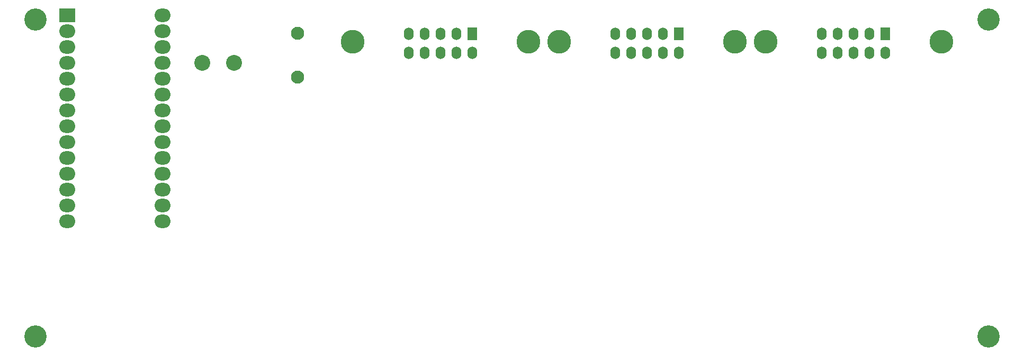
<source format=gbs>
%TF.GenerationSoftware,KiCad,Pcbnew,5.1.10*%
%TF.CreationDate,2021-11-12T09:27:16-05:00*%
%TF.ProjectId,mouse_reach_controller,6d6f7573-655f-4726-9561-63685f636f6e,1.0*%
%TF.SameCoordinates,Original*%
%TF.FileFunction,Soldermask,Bot*%
%TF.FilePolarity,Negative*%
%FSLAX46Y46*%
G04 Gerber Fmt 4.6, Leading zero omitted, Abs format (unit mm)*
G04 Created by KiCad (PCBNEW 5.1.10) date 2021-11-12 09:27:16*
%MOMM*%
%LPD*%
G01*
G04 APERTURE LIST*
%ADD10C,3.810000*%
%ADD11O,1.524000X2.032000*%
%ADD12R,1.524000X2.032000*%
%ADD13O,2.540000X2.184400*%
%ADD14R,2.540000X2.184400*%
%ADD15C,2.100000*%
%ADD16C,3.556000*%
%ADD17C,2.540000*%
G04 APERTURE END LIST*
D10*
%TO.C,P1*%
X123126500Y-58166000D03*
X151193500Y-58166000D03*
D11*
X132080000Y-59944000D03*
X132080000Y-56896000D03*
X134620000Y-59944000D03*
X134620000Y-56896000D03*
X137160000Y-59944000D03*
X137160000Y-56896000D03*
X139700000Y-59944000D03*
X139700000Y-56896000D03*
X142240000Y-59944000D03*
D12*
X142240000Y-56896000D03*
%TD*%
D10*
%TO.C,P2*%
X156146500Y-58166000D03*
X184213500Y-58166000D03*
D11*
X165100000Y-59944000D03*
X165100000Y-56896000D03*
X167640000Y-59944000D03*
X167640000Y-56896000D03*
X170180000Y-59944000D03*
X170180000Y-56896000D03*
X172720000Y-59944000D03*
X172720000Y-56896000D03*
X175260000Y-59944000D03*
D12*
X175260000Y-56896000D03*
%TD*%
D10*
%TO.C,P3*%
X189166500Y-58166000D03*
X217233500Y-58166000D03*
D11*
X198120000Y-59944000D03*
X198120000Y-56896000D03*
X200660000Y-59944000D03*
X200660000Y-56896000D03*
X203200000Y-59944000D03*
X203200000Y-56896000D03*
X205740000Y-59944000D03*
X205740000Y-56896000D03*
X208280000Y-59944000D03*
D12*
X208280000Y-56896000D03*
%TD*%
D13*
%TO.C,TEENSY1*%
X92710000Y-53975000D03*
X92710000Y-56515000D03*
X92710000Y-59055000D03*
X92710000Y-61595000D03*
X92710000Y-64135000D03*
X92710000Y-66675000D03*
X92710000Y-69215000D03*
X92710000Y-71755000D03*
X92710000Y-74295000D03*
X92710000Y-76835000D03*
X92710000Y-79375000D03*
X92710000Y-81915000D03*
X92710000Y-84455000D03*
X92710000Y-86995000D03*
X77470000Y-86995000D03*
X77470000Y-84455000D03*
X77470000Y-81915000D03*
X77470000Y-79375000D03*
X77470000Y-76835000D03*
X77470000Y-74295000D03*
X77470000Y-71755000D03*
X77470000Y-69215000D03*
X77470000Y-66675000D03*
X77470000Y-64135000D03*
X77470000Y-61595000D03*
X77470000Y-59055000D03*
X77470000Y-56515000D03*
D14*
X77470000Y-53975000D03*
%TD*%
D15*
%TO.C,J1*%
X114300000Y-56840000D03*
X114300000Y-63840000D03*
%TD*%
D16*
%TO.C,MH1*%
X72390000Y-54610000D03*
%TD*%
%TO.C,MH2*%
X224790000Y-54610000D03*
%TD*%
%TO.C,MH3*%
X224790000Y-105410000D03*
%TD*%
%TO.C,MH4*%
X72390000Y-105410000D03*
%TD*%
D17*
%TO.C,T1*%
X104140000Y-61595000D03*
X99060000Y-61595000D03*
%TD*%
M02*

</source>
